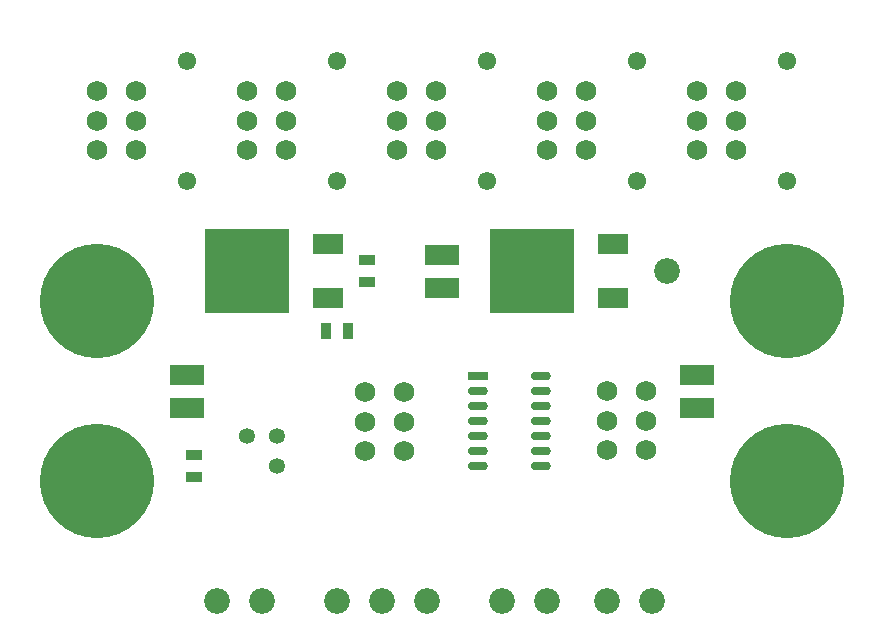
<source format=gts>
%FSLAX25Y25*%
%MOIN*%
G70*
G01*
G75*
G04 Layer_Color=8388736*
%ADD10O,0.06102X0.02362*%
%ADD11R,0.06102X0.02362*%
%ADD12R,0.09843X0.05906*%
%ADD13R,0.27559X0.27559*%
%ADD14R,0.05118X0.02756*%
%ADD15R,0.10630X0.06299*%
%ADD16R,0.02756X0.05118*%
%ADD17C,0.02000*%
%ADD18C,0.05000*%
%ADD19C,0.03000*%
%ADD20C,0.37500*%
%ADD21C,0.08000*%
%ADD22C,0.06299*%
%ADD23C,0.04724*%
%ADD24C,0.05512*%
%ADD25C,0.05000*%
%ADD26R,0.04000X0.08000*%
%ADD27R,0.40000X0.40000*%
%ADD28C,0.00787*%
%ADD29C,0.03937*%
%ADD30C,0.00500*%
%ADD31C,0.01969*%
%ADD32C,0.01000*%
%ADD33C,0.00700*%
%ADD34R,0.27500X0.32500*%
%ADD35R,0.45000X0.22500*%
%ADD36O,0.06702X0.02962*%
%ADD37R,0.06702X0.02962*%
%ADD38R,0.10443X0.06506*%
%ADD39R,0.28159X0.28159*%
%ADD40R,0.05718X0.03356*%
%ADD41R,0.11230X0.06899*%
%ADD42R,0.03356X0.05718*%
%ADD43C,0.38100*%
%ADD44C,0.08600*%
%ADD45C,0.06899*%
%ADD46C,0.05324*%
%ADD47C,0.06112*%
%ADD48C,0.00600*%
D36*
X738130Y195000D02*
D03*
Y200000D02*
D03*
Y205000D02*
D03*
Y210000D02*
D03*
Y215000D02*
D03*
Y220000D02*
D03*
Y225000D02*
D03*
X716870Y195000D02*
D03*
Y200000D02*
D03*
Y205000D02*
D03*
Y210000D02*
D03*
Y215000D02*
D03*
Y220000D02*
D03*
D37*
Y225000D02*
D03*
D38*
X762165Y269055D02*
D03*
Y250945D02*
D03*
X667165Y269055D02*
D03*
Y250945D02*
D03*
D39*
X735000Y260000D02*
D03*
X640000D02*
D03*
D40*
X622500Y198740D02*
D03*
Y191260D02*
D03*
X680000Y263740D02*
D03*
Y256260D02*
D03*
D41*
X705000Y254488D02*
D03*
Y265512D02*
D03*
X620000Y225512D02*
D03*
Y214488D02*
D03*
X790000D02*
D03*
Y225512D02*
D03*
D42*
X673740Y240000D02*
D03*
X666260D02*
D03*
D43*
X820000Y190000D02*
D03*
X590000D02*
D03*
Y250000D02*
D03*
X820000D02*
D03*
D44*
X630000Y150000D02*
D03*
X670000D02*
D03*
X700000D02*
D03*
X685000D02*
D03*
X645000D02*
D03*
X780000Y260000D02*
D03*
X740000Y150000D02*
D03*
X725000D02*
D03*
X775000D02*
D03*
X760000D02*
D03*
D45*
X692500Y200000D02*
D03*
Y209843D02*
D03*
Y219685D02*
D03*
X679508D02*
D03*
Y209843D02*
D03*
Y200000D02*
D03*
X760000Y220000D02*
D03*
Y210157D02*
D03*
Y200315D02*
D03*
X772992D02*
D03*
Y210157D02*
D03*
Y220000D02*
D03*
X640000Y320000D02*
D03*
Y310157D02*
D03*
Y300315D02*
D03*
X652992D02*
D03*
Y310157D02*
D03*
Y320000D02*
D03*
X690000D02*
D03*
Y310157D02*
D03*
Y300315D02*
D03*
X702992D02*
D03*
Y310157D02*
D03*
Y320000D02*
D03*
X740000D02*
D03*
Y310157D02*
D03*
Y300315D02*
D03*
X752992D02*
D03*
Y310157D02*
D03*
Y320000D02*
D03*
X590000D02*
D03*
Y310157D02*
D03*
Y300315D02*
D03*
X602992D02*
D03*
Y310157D02*
D03*
Y320000D02*
D03*
X790000D02*
D03*
Y310157D02*
D03*
Y300315D02*
D03*
X802992D02*
D03*
Y310157D02*
D03*
Y320000D02*
D03*
D46*
X650000Y195000D02*
D03*
Y205000D02*
D03*
X640000D02*
D03*
D47*
X820000Y290000D02*
D03*
Y330000D02*
D03*
X720000Y290000D02*
D03*
Y330000D02*
D03*
X770000Y290000D02*
D03*
Y330000D02*
D03*
X620000Y290000D02*
D03*
Y330000D02*
D03*
X670000Y290000D02*
D03*
Y330000D02*
D03*
D48*
X845000Y345000D02*
D03*
X565000D02*
D03*
X845000Y155000D02*
D03*
X565000D02*
D03*
M02*

</source>
